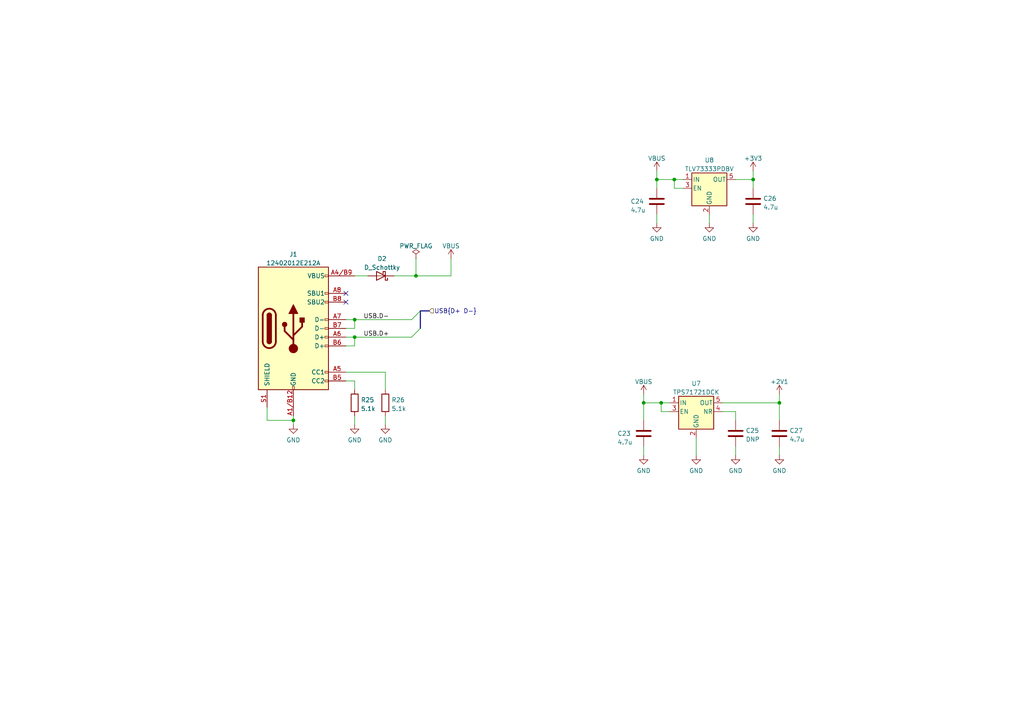
<source format=kicad_sch>
(kicad_sch (version 20231120) (generator "eeschema") (generator_version "8.0")
  (paper "A4")
  (lib_symbols
    (symbol "Device:C" (pin_numbers hide) (pin_names (offset 0.254))
      (property "Reference" "C" (at 0.635 2.54 0))
      (property "Value" "C" (at 0.635 -2.54 0))
      (symbol "C_0_1"
        (polyline (pts (xy -2.032 -0.762) (xy 2.032 -0.762)) (stroke (width 0.508)))
        (polyline (pts (xy -2.032 0.762) (xy 2.032 0.762)) (stroke (width 0.508)))
      )
      (symbol "C_1_1"
        (pin passive line (at 0 3.81 270) (length 2.794) (name "~") (number "1"))
        (pin passive line (at 0 -3.81 90) (length 2.794) (name "~") (number "2"))
      )
    )
    (symbol "Device:D_Schottky" (pin_numbers hide) (pin_names (offset 1.016) hide)
      (property "Reference" "D" (at 0 2.54 0))
      (property "Value" "D_Schottky" (at 0 -2.54 0))
      (symbol "D_Schottky_0_1"
        (polyline (pts (xy 1.27 0) (xy -1.27 0)))
        (polyline (pts (xy 1.27 1.27) (xy 1.27 -1.27) (xy -1.27 0) (xy 1.27 1.27)) (stroke (width 0.254)))
        (polyline (pts (xy -1.905 0.635) (xy -1.905 1.27) (xy -1.27 1.27) (xy -1.27 -1.27) (xy -0.635 -1.27) (xy -0.635 -0.635)) (stroke (width 0.254)))
      )
      (symbol "D_Schottky_1_1"
        (pin passive line (at -3.81 0 0) (length 2.54) (name "K") (number "1"))
        (pin passive line (at 3.81 0 180) (length 2.54) (name "A") (number "2"))
      )
    )
    (symbol "Device:R" (pin_numbers hide) (pin_names (offset 0))
      (property "Reference" "R" (at 2.032 0 90))
      (property "Value" "R" (at 0 0 90))
      (symbol "R_0_1"
        (rectangle (start -1.016 -2.54) (end 1.016 2.54) (stroke (width 0.254)))
      )
      (symbol "R_1_1"
        (pin passive line (at 0 3.81 270) (length 1.27) (name "~") (number "1"))
        (pin passive line (at 0 -3.81 90) (length 1.27) (name "~") (number "2"))
      )
    )
    (symbol "Regulator_Linear:TLV73333PDBV" (pin_names (offset 0.254))
      (property "Reference" "U" (at -3.81 5.715 0))
      (property "Value" "TLV73333PDBV" (at 0 5.715 0))
      (symbol "TLV73333PDBV_0_1"
        (rectangle (start -5.08 4.445) (end 5.08 -5.08) (stroke (width 0.254)) (fill (type background)))
      )
      (symbol "TLV73333PDBV_1_1"
        (pin power_in line (at -7.62 2.54 0) (length 2.54) (name "IN") (number "1"))
        (pin power_in line (at 0 -7.62 90) (length 2.54) (name "GND") (number "2"))
        (pin input line (at -7.62 0 0) (length 2.54) (name "EN") (number "3"))
        (pin no_connect line (at 5.08 0 180) (length 2.54) hide (name "NC") (number "4"))
        (pin power_out line (at 7.62 2.54 180) (length 2.54) (name "OUT") (number "5"))
      )
    )
    (symbol "power:+3V3" (power) (pin_numbers hide) (pin_names (offset 0) hide)
      (property "Value" "+3V3" (at 0 3.556 0))
      (symbol "+3V3_0_1"
        (polyline (pts (xy -0.762 1.27) (xy 0 2.54)))
        (polyline (pts (xy 0 0) (xy 0 2.54)))
        (polyline (pts (xy 0 2.54) (xy 0.762 1.27)))
      )
      (symbol "+3V3_1_1"
        (pin power_in line (at 0 0 90) (length 0) (name "~") (number "1"))
      )
    )
    (symbol "power:GND" (power) (pin_numbers hide) (pin_names (offset 0) hide)
      (property "Value" "GND" (at 0 -3.81 0))
      (symbol "GND_0_1"
        (polyline (pts (xy 0 0) (xy 0 -1.27) (xy 1.27 -1.27) (xy 0 -2.54) (xy -1.27 -1.27) (xy 0 -1.27)))
      )
      (symbol "GND_1_1"
        (pin power_in line (at 0 0 270) (length 0) (name "~") (number "1"))
      )
    )
    (symbol "power:PWR_FLAG" (power) (pin_numbers hide) (pin_names (offset 0) hide)
      (property "Value" "PWR_FLAG" (at 0 3.81 0))
      (symbol "PWR_FLAG_0_0"
        (pin power_out line (at 0 0 90) (length 0) (name "~") (number "1"))
      )
      (symbol "PWR_FLAG_0_1"
        (polyline (pts (xy 0 0) (xy 0 1.27) (xy -1.016 1.905) (xy 0 2.54) (xy 1.016 1.905) (xy 0 1.27)))
      )
    )
    (symbol "power:VBUS" (power) (pin_numbers hide) (pin_names (offset 0) hide)
      (property "Value" "VBUS" (at 0 3.556 0))
      (symbol "VBUS_0_1"
        (polyline (pts (xy -0.762 1.27) (xy 0 2.54)))
        (polyline (pts (xy 0 0) (xy 0 2.54)))
        (polyline (pts (xy 0 2.54) (xy 0.762 1.27)))
      )
      (symbol "VBUS_1_1"
        (pin power_in line (at 0 0 90) (length 0) (name "~") (number "1"))
      )
    )
    (symbol "voltix:+2V1" (power) (pin_names (offset 0))
      (property "Value" "+2V1" (at 0 3.556 0))
      (symbol "+2V1_0_1"
        (polyline (pts (xy -0.762 1.27) (xy 0 2.54)))
        (polyline (pts (xy 0 0) (xy 0 2.54)))
        (polyline (pts (xy 0 2.54) (xy 0.762 1.27)))
      )
      (symbol "+2V1_1_1"
        (pin power_in line (at 0 0 90) (length 0) hide (name "+2V1") (number "1"))
      )
    )
    (symbol "voltix:12402012E212A" (pin_names (offset 1.016))
      (property "Reference" "J" (at -10.16 19.05 0))
      (property "Value" "12402012E212A" (at 19.05 19.05 0))
      (symbol "12402012E212A_0_0"
        (rectangle (start -0.254 -17.78) (end 0.254 -16.764))
        (rectangle (start 10.16 -14.986) (end 9.144 -15.494))
        (rectangle (start 10.16 -12.446) (end 9.144 -12.954))
        (rectangle (start 10.16 -4.826) (end 9.144 -5.334))
        (rectangle (start 10.16 -2.286) (end 9.144 -2.794))
        (rectangle (start 10.16 0.254) (end 9.144 -0.254))
        (rectangle (start 10.16 2.794) (end 9.144 2.286))
        (rectangle (start 10.16 7.874) (end 9.144 7.366))
        (rectangle (start 10.16 10.414) (end 9.144 9.906))
        (rectangle (start 10.16 15.494) (end 9.144 14.986))
      )
      (symbol "12402012E212A_0_1"
        (rectangle (start -10.16 17.78) (end 10.16 -17.78) (stroke (width 0.254)) (fill (type background)))
        (arc (start -8.89 -3.81) (mid -6.985 -5.7067) (end -5.08 -3.81) (stroke (width 0.508)))
        (arc (start -7.62 -3.81) (mid -6.985 -4.4423) (end -6.35 -3.81) (stroke (width 0.254)))
        (arc (start -7.62 -3.81) (mid -6.985 -4.4423) (end -6.35 -3.81) (stroke (width 0.254)) (fill (type outline)))
        (rectangle (start -7.62 -3.81) (end -6.35 3.81) (stroke (width 0.254)) (fill (type outline)))
        (arc (start -6.35 3.81) (mid -6.985 4.4423) (end -7.62 3.81) (stroke (width 0.254)))
        (arc (start -6.35 3.81) (mid -6.985 4.4423) (end -7.62 3.81) (stroke (width 0.254)) (fill (type outline)))
        (arc (start -5.08 3.81) (mid -6.985 5.7067) (end -8.89 3.81) (stroke (width 0.508)))
        (circle (center -2.54 1.143) (radius 0.635) (stroke (width 0.254)) (fill (type outline)))
        (circle (center 0 -5.842) (radius 1.27) (fill (type outline)))
        (polyline (pts (xy -8.89 -3.81) (xy -8.89 3.81)) (stroke (width 0.508)))
        (polyline (pts (xy -5.08 3.81) (xy -5.08 -3.81)) (stroke (width 0.508)))
        (polyline (pts (xy 0 -5.842) (xy 0 4.318)) (stroke (width 0.508)))
        (polyline (pts (xy 0 -3.302) (xy -2.54 -0.762) (xy -2.54 0.508)) (stroke (width 0.508)))
        (polyline (pts (xy 0 -2.032) (xy 2.54 0.508) (xy 2.54 1.778)) (stroke (width 0.508)))
        (polyline (pts (xy -1.27 4.318) (xy 0 6.858) (xy 1.27 4.318) (xy -1.27 4.318)) (stroke (width 0.254)) (fill (type outline)))
        (rectangle (start 1.905 1.778) (end 3.175 3.048) (stroke (width 0.254)) (fill (type outline)))
      )
      (symbol "12402012E212A_1_1"
        (pin power_out line (at 0 -25.4 90) (length 7.62) (name "GND") (number "A1/B12"))
        (pin passive line (at 17.78 15.24 180) (length 7.62) (name "VBUS") (number "A4/B9"))
        (pin bidirectional line (at 15.24 -12.7 180) (length 5.08) (name "CC1") (number "A5"))
        (pin bidirectional line (at 15.24 -2.54 180) (length 5.08) (name "D+") (number "A6"))
        (pin bidirectional line (at 15.24 2.54 180) (length 5.08) (name "D-") (number "A7"))
        (pin bidirectional line (at 15.24 10.16 180) (length 5.08) (name "SBU1") (number "A8"))
        (pin power_in line (at 0 -25.4 90) (length 7.62) hide (name "GND") (number "B1/A12"))
        (pin passive line (at 17.78 15.24 180) (length 7.62) hide (name "VBUS") (number "B4/A9"))
        (pin bidirectional line (at 15.24 -15.24 180) (length 5.08) (name "CC2") (number "B5"))
        (pin bidirectional line (at 15.24 -5.08 180) (length 5.08) (name "D+") (number "B6"))
        (pin bidirectional line (at 15.24 0 180) (length 5.08) (name "D-") (number "B7"))
        (pin bidirectional line (at 15.24 7.62 180) (length 5.08) (name "SBU2") (number "B8"))
        (pin passive line (at -7.62 -22.86 90) (length 5.08) (name "SHIELD") (number "S1"))
      )
    )
    (symbol "voltix:TPS71721DCK" (pin_names (offset 0.254))
      (property "Reference" "U" (at -3.81 5.715 0))
      (property "Value" "TPS71721DCK" (at 0 5.715 0))
      (symbol "TPS71721DCK_1_1"
        (rectangle (start 5.08 -5.08) (end -5.08 4.445) (stroke (width 0.254)) (fill (type background)))
        (pin power_in line (at -7.62 2.54 0) (length 2.54) (name "IN") (number "1"))
        (pin power_in line (at 0 -7.62 90) (length 2.54) (name "GND") (number "2"))
        (pin input line (at -7.62 0 0) (length 2.54) (name "EN") (number "3"))
        (pin bidirectional line (at 7.62 0 180) (length 2.54) (name "NR") (number "4"))
        (pin power_out line (at 7.62 2.54 180) (length 2.54) (name "OUT") (number "5"))
      )
    )
  )
  (junction (at 195.58 52.07))
  (junction (at 186.69 116.84))
  (junction (at 218.44 52.07))
  (junction (at 190.5 52.07))
  (junction (at 102.87 92.71))
  (junction (at 226.06 116.84))
  (junction (at 102.87 97.79))
  (junction (at 191.77 116.84))
  (junction (at 120.65 80.01))
  (junction (at 85.09 121.92))
  (no_connect (at 100.33 87.63))
  (no_connect (at 100.33 85.09))
  (bus_entry (at 121.92 90.17) (size -2.54 2.54))
  (bus_entry (at 121.92 95.25) (size -2.54 2.54))
  (wire (pts (xy 213.36 132.08) (xy 213.36 129.54)))
  (wire (pts (xy 77.47 121.92) (xy 85.09 121.92)))
  (wire (pts (xy 190.5 49.53) (xy 190.5 52.07)))
  (wire (pts (xy 226.06 114.3) (xy 226.06 116.84)))
  (wire (pts (xy 85.09 121.92) (xy 85.09 123.19)))
  (wire (pts (xy 100.33 95.25) (xy 102.87 95.25)))
  (wire (pts (xy 111.76 107.95) (xy 111.76 113.03)))
  (wire (pts (xy 190.5 52.07) (xy 190.5 54.61)))
  (wire (pts (xy 100.33 100.33) (xy 102.87 100.33)))
  (wire (pts (xy 191.77 119.38) (xy 194.31 119.38)))
  (wire (pts (xy 100.33 92.71) (xy 102.87 92.71)))
  (wire (pts (xy 226.06 116.84) (xy 226.06 121.92)))
  (wire (pts (xy 218.44 52.07) (xy 218.44 54.61)))
  (wire (pts (xy 218.44 62.23) (xy 218.44 64.77)))
  (wire (pts (xy 213.36 52.07) (xy 218.44 52.07)))
  (wire (pts (xy 190.5 52.07) (xy 195.58 52.07)))
  (wire (pts (xy 213.36 119.38) (xy 209.55 119.38)))
  (wire (pts (xy 190.5 62.23) (xy 190.5 64.77)))
  (wire (pts (xy 130.81 80.01) (xy 120.65 80.01)))
  (wire (pts (xy 194.31 116.84) (xy 191.77 116.84)))
  (wire (pts (xy 191.77 116.84) (xy 191.77 119.38)))
  (wire (pts (xy 85.09 120.65) (xy 85.09 121.92)))
  (wire (pts (xy 120.65 74.93) (xy 120.65 80.01)))
  (wire (pts (xy 100.33 107.95) (xy 111.76 107.95)))
  (wire (pts (xy 213.36 121.92) (xy 213.36 119.38)))
  (wire (pts (xy 106.68 80.01) (xy 102.87 80.01)))
  (wire (pts (xy 120.65 80.01) (xy 114.3 80.01)))
  (wire (pts (xy 205.74 62.23) (xy 205.74 64.77)))
  (wire (pts (xy 102.87 92.71) (xy 102.87 95.25)))
  (wire (pts (xy 111.76 120.65) (xy 111.76 123.19)))
  (bus (pts (xy 121.92 90.17) (xy 121.92 95.25)))
  (wire (pts (xy 100.33 97.79) (xy 102.87 97.79)))
  (wire (pts (xy 201.93 127) (xy 201.93 132.08)))
  (wire (pts (xy 186.69 129.54) (xy 186.69 132.08)))
  (wire (pts (xy 195.58 54.61) (xy 195.58 52.07)))
  (wire (pts (xy 186.69 116.84) (xy 186.69 121.92)))
  (wire (pts (xy 218.44 49.53) (xy 218.44 52.07)))
  (wire (pts (xy 102.87 97.79) (xy 119.38 97.79)))
  (bus (pts (xy 121.92 90.17) (xy 124.46 90.17)))
  (wire (pts (xy 209.55 116.84) (xy 226.06 116.84)))
  (wire (pts (xy 130.81 74.93) (xy 130.81 80.01)))
  (wire (pts (xy 102.87 97.79) (xy 102.87 100.33)))
  (wire (pts (xy 77.47 118.11) (xy 77.47 121.92)))
  (wire (pts (xy 102.87 120.65) (xy 102.87 123.19)))
  (wire (pts (xy 186.69 116.84) (xy 191.77 116.84)))
  (wire (pts (xy 226.06 129.54) (xy 226.06 132.08)))
  (wire (pts (xy 198.12 54.61) (xy 195.58 54.61)))
  (wire (pts (xy 186.69 114.3) (xy 186.69 116.84)))
  (wire (pts (xy 102.87 110.49) (xy 100.33 110.49)))
  (wire (pts (xy 102.87 92.71) (xy 119.38 92.71)))
  (wire (pts (xy 102.87 113.03) (xy 102.87 110.49)))
  (wire (pts (xy 198.12 52.07) (xy 195.58 52.07)))
  (label "USB.D-" (at 105.41 92.71 0))
  (label "USB.D+" (at 105.41 97.79 0))
  (hierarchical_label "USB{D+ D-}" (shape input) (at 124.46 90.17 0))
  (symbol (lib_id "power:GND") (at 205.74 64.77 0) (unit 1)
    (property "Reference" "#PWR044" (effects (hide yes)))
    (property "Value" "GND" (at 205.74 69.2134 0))
    (property "Description" "Power symbol creates a global label with name \"GND\" , ground" (effects (hide yes)))
  )
  (symbol (lib_id "power:GND") (at 102.87 123.19 0) (unit 1)
    (property "Reference" "#PWR036" (effects (hide yes)))
    (property "Value" "GND" (at 102.87 127.6334 0))
    (property "Description" "Power symbol creates a global label with name \"GND\" , ground" (effects (hide yes)))
  )
  (symbol (lib_id "Device:C") (at 190.5 58.42 0) (unit 1)
    (property "Reference" "C24" (at 182.88 58.4231 0) (effects (justify left)))
    (property "Value" "4.7u" (at 182.88 60.96 0) (effects (justify left)))
    (property "Footprint" "Capacitor_SMD:C_0402_1005Metric" (effects (hide yes)))
    (property "Description" "Unpolarized capacitor" (effects (hide yes)))
    (property "MPN" "CL05A475MP5NRNC" (effects (hide yes)))
  )
  (symbol (lib_id "power:+3V3") (at 218.44 49.53 0) (unit 1)
    (property "Reference" "#PWR046" (effects (hide yes)))
    (property "Value" "+3V3" (at 218.44 45.9542 0))
    (property "Description" "Power symbol creates a global label with name \"+3V3\"" (effects (hide yes)))
  )
  (symbol (lib_id "power:GND") (at 218.44 64.77 0) (unit 1)
    (property "Reference" "#PWR047" (effects (hide yes)))
    (property "Value" "GND" (at 218.44 69.2134 0))
    (property "Description" "Power symbol creates a global label with name \"GND\" , ground" (effects (hide yes)))
  )
  (symbol (lib_id "power:GND") (at 186.69 132.08 0) (unit 1)
    (property "Reference" "#PWR040" (effects (hide yes)))
    (property "Value" "GND" (at 186.69 136.5234 0))
    (property "Description" "Power symbol creates a global label with name \"GND\" , ground" (effects (hide yes)))
  )
  (symbol (lib_id "Device:C") (at 213.36 125.73 0) (unit 1)
    (property "Reference" "C25" (at 216.281 124.8953 0) (effects (justify left)))
    (property "Value" "DNP" (at 216.281 127.4322 0) (effects (justify left)))
    (property "Footprint" "Capacitor_SMD:C_0402_1005Metric" (effects (hide yes)))
    (property "Description" "Unpolarized capacitor" (effects (hide yes)))
  )
  (symbol (lib_id "power:GND") (at 85.09 123.19 0) (unit 1)
    (property "Reference" "#PWR035" (effects (hide yes)))
    (property "Value" "GND" (at 85.09 127.6334 0))
    (property "Description" "Power symbol creates a global label with name \"GND\" , ground" (effects (hide yes)))
  )
  (symbol (lib_id "Regulator_Linear:TLV73333PDBV") (at 205.74 54.61 0) (unit 1)
    (property "Reference" "U8" (at 205.74 46.4652 0))
    (property "Value" "TLV73333PDBV" (at 205.74 49.0021 0))
    (property "Footprint" "voltix:TI_DBV0005A" (effects (hide yes)))
    (property "Datasheet" "http://www.ti.com/lit/ds/symlink/tlv733p.pdf" (effects (hide yes)))
    (property "Description" "300mA Capacitor-Free Low Dropout Voltage Regulator, Fixed Output 3.3V, SOT-23-5" (effects (hide yes)))
    (property "MPN" "TLV73333PDBV" (effects (hide yes)))
  )
  (symbol (lib_id "voltix:12402012E212A") (at 85.09 95.25 0) (unit 1)
    (property "Reference" "J1" (at 85.09 73.7702 0))
    (property "Value" "12402012E212A" (at 85.09 76.3071 0))
    (property "Footprint" "voltix:AMPH_12402012E212A" (effects (hide yes)))
    (property "Datasheet" "https://www.amphenol-cs.com/usb2-0-12402012e212a.html" (effects (hide yes)))
    (property "Description" "Amphenol USB 2.0-only Type-C Receptacle connector" (effects (hide yes)))
    (property "MPN" "12402012E212A" (effects (hide yes)))
  )
  (symbol (lib_id "power:GND") (at 190.5 64.77 0) (unit 1)
    (property "Reference" "#PWR042" (effects (hide yes)))
    (property "Value" "GND" (at 190.5 69.2134 0))
    (property "Description" "Power symbol creates a global label with name \"GND\" , ground" (effects (hide yes)))
  )
  (symbol (lib_id "power:GND") (at 201.93 132.08 0) (unit 1)
    (property "Reference" "#PWR043" (effects (hide yes)))
    (property "Value" "GND" (at 201.93 136.5234 0))
    (property "Description" "Power symbol creates a global label with name \"GND\" , ground" (effects (hide yes)))
  )
  (symbol (lib_id "power:VBUS") (at 190.5 49.53 0) (unit 1)
    (property "Reference" "#PWR041" (effects (hide yes)))
    (property "Value" "VBUS" (at 190.5 45.9542 0))
    (property "Description" "Power symbol creates a global label with name \"VBUS\"" (effects (hide yes)))
  )
  (symbol (lib_id "power:PWR_FLAG") (at 120.65 74.93 0) (unit 1)
    (property "Reference" "#FLG04" (effects (hide yes)))
    (property "Value" "PWR_FLAG" (at 120.65 71.3542 0))
    (property "Description" "Special symbol for telling ERC where power comes from" (effects (hide yes)))
  )
  (symbol (lib_id "Device:C") (at 218.44 58.42 0) (unit 1)
    (property "Reference" "C26" (at 221.361 57.5853 0) (effects (justify left)))
    (property "Value" "4.7u" (at 221.361 60.1222 0) (effects (justify left)))
    (property "Footprint" "Capacitor_SMD:C_0402_1005Metric" (effects (hide yes)))
    (property "Description" "Unpolarized capacitor" (effects (hide yes)))
    (property "MPN" "CL05A475MP5NRNC" (effects (hide yes)))
  )
  (symbol (lib_id "Device:C") (at 186.69 125.73 0) (unit 1)
    (property "Reference" "C23" (at 179.07 125.7331 0) (effects (justify left)))
    (property "Value" "4.7u" (at 179.07 128.27 0) (effects (justify left)))
    (property "Footprint" "Capacitor_SMD:C_0402_1005Metric" (effects (hide yes)))
    (property "Description" "Unpolarized capacitor" (effects (hide yes)))
    (property "MPN" "CL05A475MP5NRNC" (effects (hide yes)))
  )
  (symbol (lib_id "Device:R") (at 111.76 116.84 0) (unit 1)
    (property "Reference" "R26" (at 113.538 116.0053 0) (effects (justify left)))
    (property "Value" "5.1k" (at 113.538 118.5422 0) (effects (justify left)))
    (property "Footprint" "Resistor_SMD:R_0402_1005Metric" (effects (hide yes)))
    (property "Description" "Resistor" (effects (hide yes)))
    (property "MPN" "CR0402-FX-5101GLF" (effects (hide yes)))
  )
  (symbol (lib_id "power:GND") (at 213.36 132.08 0) (unit 1)
    (property "Reference" "#PWR045" (effects (hide yes)))
    (property "Value" "GND" (at 213.36 136.5234 0))
    (property "Description" "Power symbol creates a global label with name \"GND\" , ground" (effects (hide yes)))
  )
  (symbol (lib_id "voltix:+2V1") (at 226.06 114.3 0) (unit 1)
    (property "Reference" "#PWR048" (effects (hide yes)))
    (property "Value" "+2V1" (at 226.06 110.7242 0))
    (property "Description" "Power symbol creates a global label with name \"+2V1\"" (effects (hide yes)))
  )
  (symbol (lib_id "power:VBUS") (at 186.69 114.3 0) (unit 1)
    (property "Reference" "#PWR039" (effects (hide yes)))
    (property "Value" "VBUS" (at 186.69 110.7242 0))
    (property "Description" "Power symbol creates a global label with name \"VBUS\"" (effects (hide yes)))
  )
  (symbol (lib_id "voltix:TPS71721DCK") (at 201.93 119.38 0) (unit 1)
    (property "Reference" "U7" (at 201.93 111.2352 0))
    (property "Value" "TPS71721DCK" (at 201.93 113.7721 0))
    (property "Footprint" "voltix:TI_DCK0005A" (effects (hide yes)))
    (property "Datasheet" "https://www.ti.com/lit/ds/symlink/tps717.pdf" (effects (hide yes)))
    (property "Description" "Low-Noise, High-Bandwidth PSRR, Low-Dropout, 150-mA Linear Regulator" (effects (hide yes)))
    (property "MPN" "TPS71721DCK" (effects (hide yes)))
  )
  (symbol (lib_id "Device:C") (at 226.06 125.73 0) (unit 1)
    (property "Reference" "C27" (at 228.981 124.8953 0) (effects (justify left)))
    (property "Value" "4.7u" (at 228.981 127.4322 0) (effects (justify left)))
    (property "Footprint" "Capacitor_SMD:C_0402_1005Metric" (effects (hide yes)))
    (property "Description" "Unpolarized capacitor" (effects (hide yes)))
    (property "MPN" "CL05A475MP5NRNC" (effects (hide yes)))
  )
  (symbol (lib_id "Device:R") (at 102.87 116.84 0) (unit 1)
    (property "Reference" "R25" (at 104.648 116.0053 0) (effects (justify left)))
    (property "Value" "5.1k" (at 104.648 118.5422 0) (effects (justify left)))
    (property "Footprint" "Resistor_SMD:R_0402_1005Metric" (effects (hide yes)))
    (property "Description" "Resistor" (effects (hide yes)))
    (property "MPN" "CR0402-FX-5101GLF" (effects (hide yes)))
  )
  (symbol (lib_id "power:VBUS") (at 130.81 74.93 0) (unit 1)
    (property "Reference" "#PWR038" (effects (hide yes)))
    (property "Value" "VBUS" (at 130.81 71.3542 0))
    (property "Description" "Power symbol creates a global label with name \"VBUS\"" (effects (hide yes)))
  )
  (symbol (lib_id "Device:D_Schottky") (at 110.49 80.01 180) (unit 1)
    (property "Reference" "D2" (at 110.8075 75.0402 0))
    (property "Value" "D_Schottky" (at 110.8075 77.5771 0))
    (property "Footprint" "Diode_SMD:D_SOD-523" (effects (hide yes)))
    (property "Description" "Schottky diode" (effects (hide yes)))
    (property "MPN" "RB521S30T1G" (effects (hide yes)))
  )
  (symbol (lib_id "power:GND") (at 111.76 123.19 0) (unit 1)
    (property "Reference" "#PWR037" (effects (hide yes)))
    (property "Value" "GND" (at 111.76 127.6334 0))
    (property "Description" "Power symbol creates a global label with name \"GND\" , ground" (effects (hide yes)))
  )
  (symbol (lib_id "power:GND") (at 226.06 132.08 0) (unit 1)
    (property "Reference" "#PWR049" (effects (hide yes)))
    (property "Value" "GND" (at 226.06 136.5234 0))
    (property "Description" "Power symbol creates a global label with name \"GND\" , ground" (effects (hide yes)))
  )
)
</source>
